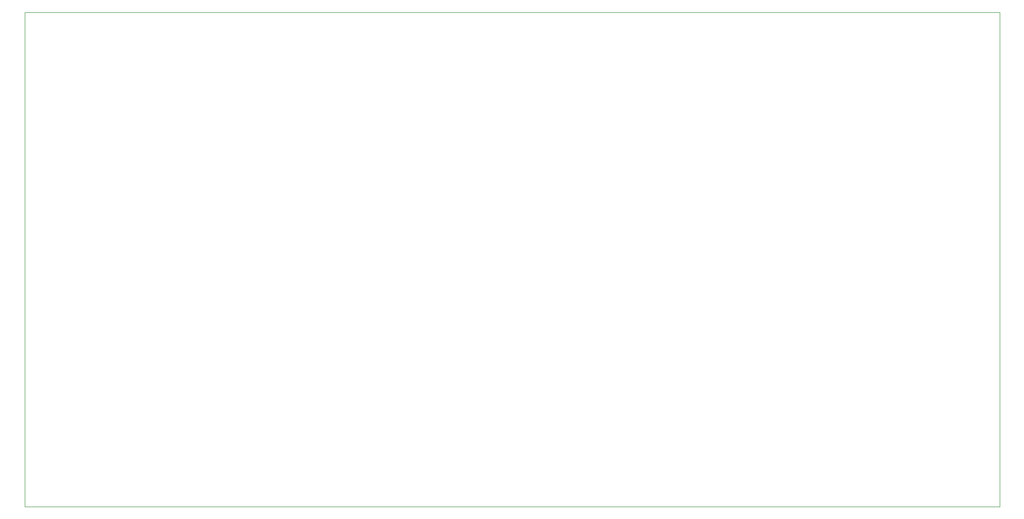
<source format=gbr>
%TF.GenerationSoftware,KiCad,Pcbnew,9.0.0*%
%TF.CreationDate,2025-03-11T12:16:19-07:00*%
%TF.ProjectId,TelemMainV3,54656c65-6d4d-4616-996e-56332e6b6963,3.0*%
%TF.SameCoordinates,Original*%
%TF.FileFunction,Profile,NP*%
%FSLAX46Y46*%
G04 Gerber Fmt 4.6, Leading zero omitted, Abs format (unit mm)*
G04 Created by KiCad (PCBNEW 9.0.0) date 2025-03-11 12:16:19*
%MOMM*%
%LPD*%
G01*
G04 APERTURE LIST*
%TA.AperFunction,Profile*%
%ADD10C,0.050000*%
%TD*%
G04 APERTURE END LIST*
D10*
X60775000Y-51974000D02*
X234225000Y-51974000D01*
X234225000Y-140026000D01*
X60775000Y-140026000D01*
X60775000Y-51974000D01*
M02*

</source>
